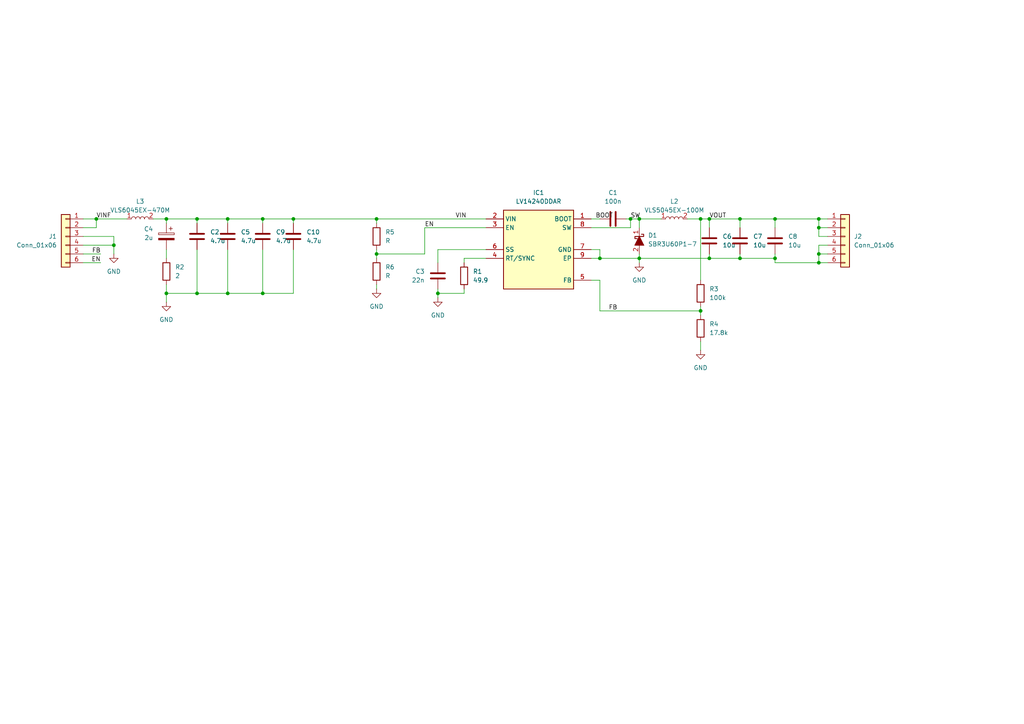
<source format=kicad_sch>
(kicad_sch (version 20250114) (generator "eeschema") (generator_version "9.0")
  (paper "A4")
  (lib_symbols
    (symbol "03_GenericPassives:Cap_0603" (pin_numbers (hide yes)) (pin_names (offset 0))
      (property "Reference" "C" (at 2.032 0 90))
      (property "Value" "C" (at 0 0 90))
      (symbol "Cap_0603_0_1"
        (polyline (pts (xy -2.032 0.762) (xy 2.032 0.762)) (stroke (width 0.508)))
        (polyline (pts (xy -2.032 -0.762) (xy 2.032 -0.762)) (stroke (width 0.508)))
      )
      (symbol "Cap_0603_1_1"
        (pin passive line (at 0 3.81 270) (length 2.794) (name "~") (number "1"))
        (pin passive line (at 0 -3.81 90) (length 2.794) (name "~") (number "2"))
      )
    )
    (symbol "03_GenericPassives:Cap_0805" (pin_numbers (hide yes)) (pin_names (offset 0))
      (property "Reference" "C" (at 2.032 0 90))
      (property "Value" "C" (at 0 0 90))
      (symbol "Cap_0805_0_1"
        (polyline (pts (xy -2.032 0.762) (xy 2.032 0.762)) (stroke (width 0.508)))
        (polyline (pts (xy -2.032 -0.762) (xy 2.032 -0.762)) (stroke (width 0.508)))
      )
      (symbol "Cap_0805_1_1"
        (pin passive line (at 0 3.81 270) (length 2.794) (name "~") (number "1"))
        (pin passive line (at 0 -3.81 90) (length 2.794) (name "~") (number "2"))
      )
    )
    (symbol "03_GenericPassives:Res_0603" (pin_numbers (hide yes)) (pin_names (offset 0))
      (property "Reference" "R" (at 2.032 0 90))
      (property "Value" "R" (at 0 0 90))
      (symbol "Res_0603_0_1"
        (rectangle (start -1.016 -2.54) (end 1.016 2.54) (stroke (width 0.254)))
      )
      (symbol "Res_0603_1_1"
        (pin passive line (at 0 3.81 270) (length 1.27) (name "~") (number "1"))
        (pin passive line (at 0 -3.81 90) (length 1.27) (name "~") (number "2"))
      )
    )
    (symbol "03_GenericPassives:Res_0805" (pin_numbers (hide yes)) (pin_names (offset 0))
      (property "Reference" "R" (at 2.032 0 90))
      (property "Value" "R" (at 0 0 90))
      (symbol "Res_0805_0_1"
        (rectangle (start -1.016 -2.54) (end 1.016 2.54) (stroke (width 0.254)))
      )
      (symbol "Res_0805_1_1"
        (pin passive line (at 0 3.81 270) (length 1.27) (name "~") (number "1"))
        (pin passive line (at 0 -3.81 90) (length 1.27) (name "~") (number "2"))
      )
    )
    (symbol "Connector_Generic:Conn_01x06" (pin_names (offset 1.016) (hide yes))
      (property "Reference" "J" (at 0 7.62 0))
      (property "Value" "Conn_01x06" (at 0 -10.16 0))
      (symbol "Conn_01x06_1_1"
        (rectangle (start -1.27 6.35) (end 1.27 -8.89) (stroke (width 0.254)) (fill (type background)))
        (rectangle (start -1.27 5.207) (end 0 4.953) (stroke (width 0.1524)))
        (rectangle (start -1.27 2.667) (end 0 2.413) (stroke (width 0.1524)))
        (rectangle (start -1.27 0.127) (end 0 -0.127) (stroke (width 0.1524)))
        (rectangle (start -1.27 -2.413) (end 0 -2.667) (stroke (width 0.1524)))
        (rectangle (start -1.27 -4.953) (end 0 -5.207) (stroke (width 0.1524)))
        (rectangle (start -1.27 -7.493) (end 0 -7.747) (stroke (width 0.1524)))
        (pin passive line (at -5.08 5.08 0) (length 3.81) (name "Pin_1") (number "1"))
        (pin passive line (at -5.08 2.54 0) (length 3.81) (name "Pin_2") (number "2"))
        (pin passive line (at -5.08 0 0) (length 3.81) (name "Pin_3") (number "3"))
        (pin passive line (at -5.08 -2.54 0) (length 3.81) (name "Pin_4") (number "4"))
        (pin passive line (at -5.08 -5.08 0) (length 3.81) (name "Pin_5") (number "5"))
        (pin passive line (at -5.08 -7.62 0) (length 3.81) (name "Pin_6") (number "6"))
      )
    )
    (symbol "Device:C_Polarized" (pin_numbers (hide yes)) (pin_names (offset 0.254))
      (property "Reference" "C" (at 0.635 2.54 0))
      (property "Value" "C_Polarized" (at 0.635 -2.54 0))
      (symbol "C_Polarized_0_1"
        (rectangle (start -2.286 0.508) (end 2.286 1.016))
        (polyline (pts (xy -1.778 2.286) (xy -0.762 2.286)))
        (polyline (pts (xy -1.27 2.794) (xy -1.27 1.778)))
        (rectangle (start 2.286 -0.508) (end -2.286 -1.016) (fill (type outline)))
      )
      (symbol "C_Polarized_1_1"
        (pin passive line (at 0 3.81 270) (length 2.794) (name "~") (number "1"))
        (pin passive line (at 0 -3.81 90) (length 2.794) (name "~") (number "2"))
      )
    )
    (symbol "SamacSys:LV14240DDAR"
      (property "Reference" "IC" (at 26.67 7.62 0))
      (property "Value" "LV14240DDAR" (at 26.67 5.08 0))
      (symbol "LV14240DDAR_1_1"
        (rectangle (start 5.08 2.54) (end 25.4 -20.32) (stroke (width 0.254)) (fill (type background)))
        (pin passive line (at 0 0 0) (length 5.08) (name "VIN") (number "2"))
        (pin passive line (at 0 -2.54 0) (length 5.08) (name "EN") (number "3"))
        (pin passive line (at 0 -8.89 0) (length 5.08) (name "SS") (number "6"))
        (pin passive line (at 0 -11.43 0) (length 5.08) (name "RT/SYNC") (number "4"))
        (pin passive line (at 30.48 0 180) (length 5.08) (name "BOOT") (number "1"))
        (pin passive line (at 30.48 -2.54 180) (length 5.08) (name "SW") (number "8"))
        (pin passive line (at 30.48 -8.89 180) (length 5.08) (name "GND") (number "7"))
        (pin passive line (at 30.48 -11.43 180) (length 5.08) (name "EP") (number "9"))
        (pin passive line (at 30.48 -17.78 180) (length 5.08) (name "FB") (number "5"))
      )
    )
    (symbol "SamacSys:SBR3U60P1-7" (pin_names (hide yes))
      (property "Reference" "D" (at 0 7.62 0))
      (property "Value" "SBR3U60P1-7" (at 0 5.08 0))
      (symbol "SBR3U60P1-7_0_1"
        (polyline (pts (xy 1.905 0.635) (xy 1.905 1.27) (xy 2.54 1.27) (xy 2.54 -1.27) (xy 3.175 -1.27) (xy 3.175 -0.635)) (stroke (width 0.254)))
        (polyline (pts (xy 5.08 1.27) (xy 5.08 -1.27) (xy 2.54 0) (xy 5.08 1.27)) (stroke (width 0.254)) (fill (type outline)))
        (polyline (pts (xy 5.08 0) (xy 2.54 0)))
      )
      (symbol "SBR3U60P1-7_1_1"
        (pin passive line (at 0 0 0) (length 2.54) (name "K") (number "1"))
        (pin passive line (at 7.62 0 180) (length 2.54) (name "A") (number "2"))
      )
    )
    (symbol "SamacSys:VLS5045EX-100M" (pin_names (hide yes))
      (property "Reference" "L" (at 1.27 6.35 0))
      (property "Value" "VLS5045EX-100M" (at 1.27 3.81 0))
      (symbol "VLS5045EX-100M_0_1"
        (arc (start 0 -1.27) (mid 0.6323 -1.905) (end 0 -2.54))
        (arc (start 0 -2.54) (mid 0.6323 -3.175) (end 0 -3.81))
        (arc (start 0 -3.81) (mid 0.6323 -4.445) (end 0 -5.08))
        (arc (start 0 -5.08) (mid 0.6323 -5.715) (end 0 -6.35))
      )
      (symbol "VLS5045EX-100M_1_1"
        (pin passive line (at 0 0 270) (length 1.27) (name "1") (number "1"))
        (pin passive line (at 0 -7.62 90) (length 1.27) (name "2") (number "2"))
      )
    )
    (symbol "SamacSys:VLS6045EX-470M" (pin_names (hide yes))
      (property "Reference" "L" (at 2.54 -2.54 0))
      (property "Value" "VLS6045EX-470M" (at 2.54 -5.08 0))
      (symbol "VLS6045EX-470M_0_1"
        (arc (start 0 -1.27) (mid 0.6323 -1.905) (end 0 -2.54))
        (arc (start 0 -2.54) (mid 0.6323 -3.175) (end 0 -3.81))
        (arc (start 0 -3.81) (mid 0.6323 -4.445) (end 0 -5.08))
        (arc (start 0 -5.08) (mid 0.6323 -5.715) (end 0 -6.35))
      )
      (symbol "VLS6045EX-470M_1_1"
        (pin passive line (at 0 0 270) (length 1.27) (name "1") (number "1"))
        (pin passive line (at 0 -7.62 90) (length 1.27) (name "2") (number "2"))
      )
    )
    (symbol "power:GND" (power) (pin_numbers (hide yes)) (pin_names (offset 0) (hide yes))
      (property "Value" "GND" (at 0 -3.81 0))
      (symbol "GND_0_1"
        (polyline (pts (xy 0 0) (xy 0 -1.27) (xy 1.27 -1.27) (xy 0 -2.54) (xy -1.27 -1.27) (xy 0 -1.27)))
      )
      (symbol "GND_1_1"
        (pin power_in line (at 0 0 270) (length 0) (name "~") (number "1"))
      )
    )
  )
  (junction (at 185.42 63.5))
  (junction (at 237.49 63.5))
  (junction (at 76.2 63.5))
  (junction (at 185.42 74.93))
  (junction (at 182.88 63.5))
  (junction (at 48.26 63.5))
  (junction (at 27.94 63.5))
  (junction (at 57.15 85.09))
  (junction (at 224.79 74.93))
  (junction (at 66.04 85.09))
  (junction (at 203.2 90.17))
  (junction (at 66.04 63.5))
  (junction (at 237.49 73.66))
  (junction (at 48.26 85.09))
  (junction (at 57.15 63.5))
  (junction (at 214.63 63.5))
  (junction (at 85.09 63.5))
  (junction (at 76.2 85.09))
  (junction (at 173.99 74.93))
  (junction (at 237.49 66.04))
  (junction (at 214.63 74.93))
  (junction (at 205.74 63.5))
  (junction (at 127 85.09))
  (junction (at 224.79 63.5))
  (junction (at 109.22 63.5))
  (junction (at 237.49 76.2))
  (junction (at 203.2 63.5))
  (junction (at 205.74 74.93))
  (junction (at 109.22 73.66))
  (junction (at 33.02 71.12))
  (wire (pts (xy 240.03 66.04) (xy 237.49 66.04)))
  (wire (pts (xy 48.26 63.5) (xy 57.15 63.5)))
  (wire (pts (xy 76.2 63.5) (xy 76.2 64.77)))
  (wire (pts (xy 185.42 73.66) (xy 185.42 74.93)))
  (wire (pts (xy 24.13 66.04) (xy 27.94 66.04)))
  (wire (pts (xy 24.13 73.66) (xy 29.21 73.66)))
  (wire (pts (xy 185.42 74.93) (xy 185.42 76.2)))
  (wire (pts (xy 44.45 63.5) (xy 48.26 63.5)))
  (wire (pts (xy 224.79 63.5) (xy 224.79 66.04)))
  (wire (pts (xy 173.99 74.93) (xy 171.45 74.93)))
  (wire (pts (xy 109.22 63.5) (xy 140.97 63.5)))
  (wire (pts (xy 199.39 63.5) (xy 203.2 63.5)))
  (wire (pts (xy 85.09 63.5) (xy 85.09 64.77)))
  (wire (pts (xy 134.62 83.82) (xy 134.62 85.09)))
  (wire (pts (xy 205.74 66.04) (xy 205.74 63.5)))
  (wire (pts (xy 109.22 63.5) (xy 109.22 64.77)))
  (wire (pts (xy 109.22 72.39) (xy 109.22 73.66)))
  (wire (pts (xy 76.2 72.39) (xy 76.2 85.09)))
  (wire (pts (xy 109.22 82.55) (xy 109.22 83.82)))
  (wire (pts (xy 205.74 74.93) (xy 185.42 74.93)))
  (wire (pts (xy 182.88 63.5) (xy 185.42 63.5)))
  (wire (pts (xy 214.63 66.04) (xy 214.63 63.5)))
  (wire (pts (xy 48.26 63.5) (xy 48.26 64.77)))
  (wire (pts (xy 85.09 63.5) (xy 109.22 63.5)))
  (wire (pts (xy 205.74 74.93) (xy 214.63 74.93)))
  (wire (pts (xy 203.2 63.5) (xy 205.74 63.5)))
  (wire (pts (xy 66.04 85.09) (xy 57.15 85.09)))
  (wire (pts (xy 123.19 66.04) (xy 140.97 66.04)))
  (wire (pts (xy 224.79 74.93) (xy 214.63 74.93)))
  (wire (pts (xy 57.15 64.77) (xy 57.15 63.5)))
  (wire (pts (xy 237.49 68.58) (xy 237.49 66.04)))
  (wire (pts (xy 214.63 63.5) (xy 224.79 63.5)))
  (wire (pts (xy 203.2 99.06) (xy 203.2 101.6)))
  (wire (pts (xy 203.2 63.5) (xy 203.2 81.28)))
  (wire (pts (xy 48.26 85.09) (xy 57.15 85.09)))
  (wire (pts (xy 214.63 73.66) (xy 214.63 74.93)))
  (wire (pts (xy 240.03 76.2) (xy 237.49 76.2)))
  (wire (pts (xy 76.2 63.5) (xy 85.09 63.5)))
  (wire (pts (xy 185.42 63.5) (xy 191.77 63.5)))
  (wire (pts (xy 66.04 63.5) (xy 76.2 63.5)))
  (wire (pts (xy 224.79 76.2) (xy 224.79 74.93)))
  (wire (pts (xy 240.03 68.58) (xy 237.49 68.58)))
  (wire (pts (xy 76.2 85.09) (xy 66.04 85.09)))
  (wire (pts (xy 48.26 85.09) (xy 48.26 87.63)))
  (wire (pts (xy 134.62 76.2) (xy 134.62 74.93)))
  (wire (pts (xy 127 83.82) (xy 127 85.09)))
  (wire (pts (xy 171.45 81.28) (xy 173.99 81.28)))
  (wire (pts (xy 173.99 90.17) (xy 203.2 90.17)))
  (wire (pts (xy 224.79 73.66) (xy 224.79 74.93)))
  (wire (pts (xy 33.02 71.12) (xy 33.02 73.66)))
  (wire (pts (xy 24.13 63.5) (xy 27.94 63.5)))
  (wire (pts (xy 85.09 72.39) (xy 85.09 85.09)))
  (wire (pts (xy 203.2 88.9) (xy 203.2 90.17)))
  (wire (pts (xy 237.49 71.12) (xy 237.49 73.66)))
  (wire (pts (xy 134.62 74.93) (xy 140.97 74.93)))
  (wire (pts (xy 24.13 71.12) (xy 33.02 71.12)))
  (wire (pts (xy 24.13 76.2) (xy 29.21 76.2)))
  (wire (pts (xy 85.09 85.09) (xy 76.2 85.09)))
  (wire (pts (xy 181.61 63.5) (xy 182.88 63.5)))
  (wire (pts (xy 237.49 73.66) (xy 240.03 73.66)))
  (wire (pts (xy 27.94 66.04) (xy 27.94 63.5)))
  (wire (pts (xy 205.74 63.5) (xy 214.63 63.5)))
  (wire (pts (xy 48.26 82.55) (xy 48.26 85.09)))
  (wire (pts (xy 127 72.39) (xy 140.97 72.39)))
  (wire (pts (xy 127 85.09) (xy 134.62 85.09)))
  (wire (pts (xy 173.99 81.28) (xy 173.99 90.17)))
  (wire (pts (xy 237.49 76.2) (xy 224.79 76.2)))
  (wire (pts (xy 33.02 68.58) (xy 33.02 71.12)))
  (wire (pts (xy 66.04 63.5) (xy 66.04 64.77)))
  (wire (pts (xy 205.74 73.66) (xy 205.74 74.93)))
  (wire (pts (xy 127 85.09) (xy 127 86.36)))
  (wire (pts (xy 182.88 63.5) (xy 182.88 66.04)))
  (wire (pts (xy 27.94 63.5) (xy 36.83 63.5)))
  (wire (pts (xy 171.45 63.5) (xy 173.99 63.5)))
  (wire (pts (xy 24.13 68.58) (xy 33.02 68.58)))
  (wire (pts (xy 57.15 72.39) (xy 57.15 85.09)))
  (wire (pts (xy 203.2 90.17) (xy 203.2 91.44)))
  (wire (pts (xy 109.22 73.66) (xy 109.22 74.93)))
  (wire (pts (xy 66.04 72.39) (xy 66.04 85.09)))
  (wire (pts (xy 123.19 73.66) (xy 123.19 66.04)))
  (wire (pts (xy 57.15 63.5) (xy 66.04 63.5)))
  (wire (pts (xy 127 76.2) (xy 127 72.39)))
  (wire (pts (xy 237.49 71.12) (xy 240.03 71.12)))
  (wire (pts (xy 185.42 63.5) (xy 185.42 66.04)))
  (wire (pts (xy 48.26 72.39) (xy 48.26 74.93)))
  (wire (pts (xy 237.49 73.66) (xy 237.49 76.2)))
  (wire (pts (xy 109.22 73.66) (xy 123.19 73.66)))
  (wire (pts (xy 185.42 74.93) (xy 173.99 74.93)))
  (wire (pts (xy 173.99 72.39) (xy 173.99 74.93)))
  (wire (pts (xy 171.45 66.04) (xy 182.88 66.04)))
  (wire (pts (xy 224.79 63.5) (xy 237.49 63.5)))
  (wire (pts (xy 171.45 72.39) (xy 173.99 72.39)))
  (wire (pts (xy 237.49 63.5) (xy 240.03 63.5)))
  (wire (pts (xy 237.49 63.5) (xy 237.49 66.04)))
  (label "VIN" (at 132.08 63.5 0))
  (label "SW" (at 182.88 63.5 0))
  (label "FB" (at 29.21 73.66 180))
  (label "VOUT" (at 205.74 63.5 0))
  (label "EN" (at 29.21 76.2 180))
  (label "BOOT" (at 172.72 63.5 0))
  (label "EN" (at 123.19 66.04 0))
  (label "FB" (at 176.53 90.17 0))
  (label "VINF" (at 27.94 63.5 0))
  (symbol (lib_id "03_GenericPassives:Res_0603") (at 203.2 85.09 0) (unit 1)
    (property "Reference" "R3" (at 205.74 83.8199 0) (effects (justify left)))
    (property "Value" "100k" (at 205.74 86.3599 0) (effects (justify left)))
    (property "Footprint" "Resistor_SMD:R_0603_1608Metric" (effects (hide yes)))
    (property "Description" "Resistor 0603 Package" (effects (hide yes)))
    (property "Mount" "SMD" (effects (hide yes)))
    (property "Package" "0603" (effects (hide yes)))
  )
  (symbol (lib_id "SamacSys:VLS5045EX-100M") (at 191.77 63.5 90) (unit 1)
    (property "Reference" "L2" (at 195.58 58.42 90))
    (property "Value" "VLS5045EX-100M" (at 195.58 60.96 90))
    (property "Footprint" "Samacsys:VLS5045EX330M" (effects (hide yes)))
    (property "Datasheet" "https://product.tdk.com/system/files/dam/doc/product/inductor/inductor/smd/catalog/inductor_commercial_power_vls5045ex_en.pdf" (effects (hide yes)))
    (property "Description" "TDK VLS-EX Series Type 5045 Shielded Wire-wound SMD Inductor with a Ferrite Core, 10 uH Wire-Wound 2.5A Idc" (effects (hide yes)))
    (property "Height" "4" (effects (hide yes)))
    (property "Mouser Part Number" "810-VLS5045EX-100M" (effects (hide yes)))
    (property "Mouser Price/Stock" "https://www.mouser.co.uk/ProductDetail/TDK/VLS5045EX-100M?qs=oF%2FSscNnLpDHym3ZsTDRLQ%3D%3D" (effects (hide yes)))
    (property "Manufacturer_Name" "TDK" (effects (hide yes)))
    (property "Manufacturer_Part_Number" "VLS5045EX-100M" (effects (hide yes)))
  )
  (symbol (lib_id "03_GenericPassives:Cap_0805") (at 224.79 69.85 180) (unit 1)
    (property "Reference" "C8" (at 228.6 68.5799 0) (effects (justify right)))
    (property "Value" "10u" (at 228.6 71.1199 0) (effects (justify right)))
    (property "Footprint" "Capacitor_SMD:C_0805_2012Metric" (effects (hide yes)))
    (property "Description" "Capacitor 0805 Package" (effects (hide yes)))
    (property "Mount" "SMD" (effects (hide yes)))
    (property "Package" "0805" (effects (hide yes)))
    (property "Voltage" "16V" (effects (hide yes)))
  )
  (symbol (lib_id "03_GenericPassives:Cap_0805") (at 76.2 68.58 180) (unit 1)
    (property "Reference" "C9" (at 80.01 67.3099 0) (effects (justify right)))
    (property "Value" "4.7u" (at 80.01 69.8499 0) (effects (justify right)))
    (property "Footprint" "Capacitor_SMD:C_0805_2012Metric" (effects (hide yes)))
    (property "Description" "Capacitor 0805 Package" (effects (hide yes)))
    (property "Mount" "SMD" (effects (hide yes)))
    (property "Package" "0805" (effects (hide yes)))
    (property "Voltage" "100" (effects (hide yes)))
  )
  (symbol (lib_id "03_GenericPassives:Res_0603") (at 109.22 78.74 0) (mirror y) (unit 1)
    (property "Reference" "R6" (at 111.76 77.4699 0) (effects (justify right)))
    (property "Value" "R" (at 111.76 80.0099 0) (effects (justify right)))
    (property "Footprint" "Resistor_SMD:R_0603_1608Metric" (effects (hide yes)))
    (property "Description" "Resistor 0603 Package" (effects (hide yes)))
    (property "Mount" "SMD" (effects (hide yes)))
    (property "Package" "0603" (effects (hide yes)))
  )
  (symbol (lib_id "03_GenericPassives:Res_0805") (at 48.26 78.74 0) (unit 1)
    (property "Reference" "R2" (at 50.8 77.4699 0) (effects (justify left)))
    (property "Value" "2" (at 50.8 80.0099 0) (effects (justify left)))
    (property "Footprint" "Resistor_SMD:R_0805_2012Metric" (effects (hide yes)))
    (property "Description" "Resistor 0805 Package" (effects (hide yes)))
    (property "Mount" "SMD" (effects (hide yes)))
    (property "Package" "0805" (effects (hide yes)))
  )
  (symbol (lib_id "03_GenericPassives:Cap_0805") (at 214.63 69.85 180) (unit 1)
    (property "Reference" "C7" (at 218.44 68.5799 0) (effects (justify right)))
    (property "Value" "10u" (at 218.44 71.1199 0) (effects (justify right)))
    (property "Footprint" "Capacitor_SMD:C_0805_2012Metric" (effects (hide yes)))
    (property "Description" "Capacitor 0805 Package" (effects (hide yes)))
    (property "Mount" "SMD" (effects (hide yes)))
    (property "Package" "0805" (effects (hide yes)))
    (property "Voltage" "16V" (effects (hide yes)))
  )
  (symbol (lib_id "03_GenericPassives:Cap_0805") (at 57.15 68.58 180) (unit 1)
    (property "Reference" "C2" (at 60.96 67.3099 0) (effects (justify right)))
    (property "Value" "4.7u" (at 60.96 69.8499 0) (effects (justify right)))
    (property "Footprint" "Capacitor_SMD:C_0805_2012Metric" (effects (hide yes)))
    (property "Description" "Capacitor 0805 Package" (effects (hide yes)))
    (property "Mount" "SMD" (effects (hide yes)))
    (property "Package" "0805" (effects (hide yes)))
    (property "Voltage" "100" (effects (hide yes)))
  )
  (symbol (lib_id "03_GenericPassives:Res_0603") (at 109.22 68.58 0) (mirror y) (unit 1)
    (property "Reference" "R5" (at 111.76 67.3099 0) (effects (justify right)))
    (property "Value" "R" (at 111.76 69.8499 0) (effects (justify right)))
    (property "Footprint" "Resistor_SMD:R_0603_1608Metric" (effects (hide yes)))
    (property "Description" "Resistor 0603 Package" (effects (hide yes)))
    (property "Mount" "SMD" (effects (hide yes)))
    (property "Package" "0603" (effects (hide yes)))
  )
  (symbol (lib_id "power:GND") (at 48.26 87.63 0) (unit 1)
    (property "Reference" "#PWR05" (effects (hide yes)))
    (property "Value" "GND" (at 48.26 92.71 0))
    (property "Description" "Power symbol creates a global label with name \"GND\" , ground" (effects (hide yes)))
  )
  (symbol (lib_id "SamacSys:VLS6045EX-470M") (at 36.83 63.5 90) (unit 1)
    (property "Reference" "L3" (at 40.64 58.42 90))
    (property "Value" "VLS6045EX-470M" (at 40.64 60.96 90))
    (property "Footprint" "Samacsys:VLS6045" (effects (hide yes)))
    (property "Datasheet" "https://product.tdk.com/system/files/dam/doc/product/inductor/inductor/smd/catalog/inductor_commercial_power_vls6045ex_en.pdf" (effects (hide yes)))
    (property "Description" "SMD / SMT Inductors (Coils), L=47?H, L x W x T :" (effects (hide yes)))
    (property "Mouser Part Number" "810-VLS6045EX-470M" (effects (hide yes)))
    (property "Mouser Price/Stock" "https://www.mouser.co.uk/ProductDetail/TDK/VLS6045EX-470M?qs=oF%2FSscNnLpBaU7vKc7Ahqw%3D%3D" (effects (hide yes)))
    (property "Manufacturer_Name" "TDK" (effects (hide yes)))
    (property "Manufacturer_Part_Number" "VLS6045EX-470M" (effects (hide yes)))
  )
  (symbol (lib_id "SamacSys:LV14240DDAR") (at 140.97 63.5 0) (unit 1)
    (property "Reference" "IC1" (at 156.21 55.88 0))
    (property "Value" "LV14240DDAR" (at 156.21 58.42 0))
    (property "Footprint" "Samacsys:SOIC127P600X170-9N" (effects (hide yes)))
    (property "Description" "Switching Voltage Regulators 40-V, 2-A SIMPLE SWITCHER, 2.2-MHz step-down converter 8-SO PowerPAD -40 to 125" (effects (hide yes)))
    (property "Height" "1.7" (effects (hide yes)))
    (property "Manufacturer_Name" "Texas Instruments" (effects (hide yes)))
    (property "Manufacturer_Part_Number" "LV14240DDAR" (effects (hide yes)))
  )
  (symbol (lib_id "Connector_Generic:Conn_01x06") (at 19.05 68.58 0) (mirror y) (unit 1)
    (property "Reference" "J1" (at 16.51 68.5799 0) (effects (justify left)))
    (property "Value" "Conn_01x06" (at 16.51 71.1199 0) (effects (justify left)))
    (property "Footprint" "Connector_PinHeader_2.54mm:PinHeader_1x06_P2.54mm_Vertical" (effects (hide yes)))
    (property "Description" "Generic connector, single row, 01x06, script generated (kicad-library-utils/schlib/autogen/connector/)" (effects (hide yes)))
  )
  (symbol (lib_id "Connector_Generic:Conn_01x06") (at 245.11 68.58 0) (unit 1)
    (property "Reference" "J2" (at 247.65 68.5799 0) (effects (justify left)))
    (property "Value" "Conn_01x06" (at 247.65 71.1199 0) (effects (justify left)))
    (property "Footprint" "Connector_PinHeader_2.54mm:PinHeader_1x06_P2.54mm_Vertical" (effects (hide yes)))
    (property "Description" "Generic connector, single row, 01x06, script generated (kicad-library-utils/schlib/autogen/connector/)" (effects (hide yes)))
  )
  (symbol (lib_id "03_GenericPassives:Cap_0805") (at 205.74 69.85 180) (unit 1)
    (property "Reference" "C6" (at 209.55 68.5799 0) (effects (justify right)))
    (property "Value" "10u" (at 209.55 71.1199 0) (effects (justify right)))
    (property "Footprint" "Capacitor_SMD:C_0805_2012Metric" (effects (hide yes)))
    (property "Description" "Capacitor 0805 Package" (effects (hide yes)))
    (property "Mount" "SMD" (effects (hide yes)))
    (property "Package" "0805" (effects (hide yes)))
    (property "Voltage" "16" (effects (hide yes)))
  )
  (symbol (lib_id "03_GenericPassives:Cap_0603") (at 177.8 63.5 90) (unit 1)
    (property "Reference" "C1" (at 177.8 55.88 90))
    (property "Value" "100n" (at 177.8 58.42 90))
    (property "Footprint" "Capacitor_SMD:C_0603_1608Metric" (effects (hide yes)))
    (property "Description" "Capacitor 0603 Package" (effects (hide yes)))
    (property "Mount" "SMD" (effects (hide yes)))
    (property "Package" "0603" (effects (hide yes)))
    (property "Voltage" "16" (effects (hide yes)))
  )
  (symbol (lib_id "03_GenericPassives:Cap_0805") (at 66.04 68.58 180) (unit 1)
    (property "Reference" "C5" (at 69.85 67.3099 0) (effects (justify right)))
    (property "Value" "4.7u" (at 69.85 69.8499 0) (effects (justify right)))
    (property "Footprint" "Capacitor_SMD:C_0805_2012Metric" (effects (hide yes)))
    (property "Description" "Capacitor 0805 Package" (effects (hide yes)))
    (property "Mount" "SMD" (effects (hide yes)))
    (property "Package" "0805" (effects (hide yes)))
    (property "Voltage" "100" (effects (hide yes)))
  )
  (symbol (lib_id "power:GND") (at 185.42 76.2 0) (unit 1)
    (property "Reference" "#PWR01" (effects (hide yes)))
    (property "Value" "GND" (at 185.42 81.28 0))
    (property "Description" "Power symbol creates a global label with name \"GND\" , ground" (effects (hide yes)))
  )
  (symbol (lib_id "Device:C_Polarized") (at 48.26 68.58 0) (mirror y) (unit 1)
    (property "Reference" "C4" (at 44.45 66.4209 0) (effects (justify left)))
    (property "Value" "2u" (at 44.45 68.9609 0) (effects (justify left)))
    (property "Footprint" "Capacitor_SMD:CP_Elec_4x5.4" (effects (hide yes)))
    (property "Description" "Polarized capacitor" (effects (hide yes)))
  )
  (symbol (lib_id "power:GND") (at 127 86.36 0) (unit 1)
    (property "Reference" "#PWR03" (effects (hide yes)))
    (property "Value" "GND" (at 127 91.44 0))
    (property "Description" "Power symbol creates a global label with name \"GND\" , ground" (effects (hide yes)))
  )
  (symbol (lib_id "SamacSys:SBR3U60P1-7") (at 185.42 66.04 270) (unit 1)
    (property "Reference" "D1" (at 187.96 68.2624 90) (effects (justify left)))
    (property "Value" "SBR3U60P1-7" (at 187.96 70.8024 90) (effects (justify left)))
    (property "Footprint" "Samacsys:SBR3U60P17" (effects (hide yes)))
    (property "Datasheet" "https://www.diodes.com//assets/Datasheets/SBR3U60P1.pdf" (effects (hide yes)))
    (property "Description" "Diodes Inc SBR3U60P1-7, SMT Schottky Diode, 60V 3A, 2-Pin PowerDI 123" (effects (hide yes)))
    (property "Height" "1" (effects (hide yes)))
    (property "Mouser Part Number" "621-SBR3U60P1-7" (effects (hide yes)))
    (property "Mouser Price/Stock" "https://www.mouser.co.uk/ProductDetail/Diodes-Incorporated/SBR3U60P1-7?qs=EumP11lMQtNogJZjibK0jQ%3D%3D" (effects (hide yes)))
    (property "Manufacturer_Name" "Diodes Incorporated" (effects (hide yes)))
    (property "Manufacturer_Part_Number" "SBR3U60P1-7" (effects (hide yes)))
  )
  (symbol (lib_id "03_GenericPassives:Res_0603") (at 203.2 95.25 0) (unit 1)
    (property "Reference" "R4" (at 205.74 93.9799 0) (effects (justify left)))
    (property "Value" "17.8k" (at 205.74 96.5199 0) (effects (justify left)))
    (property "Footprint" "Resistor_SMD:R_0603_1608Metric" (effects (hide yes)))
    (property "Description" "Resistor 0603 Package" (effects (hide yes)))
    (property "Mount" "SMD" (effects (hide yes)))
    (property "Package" "0603" (effects (hide yes)))
  )
  (symbol (lib_id "power:GND") (at 33.02 73.66 0) (unit 1)
    (property "Reference" "#PWR04" (effects (hide yes)))
    (property "Value" "GND" (at 33.02 78.74 0))
    (property "Description" "Power symbol creates a global label with name \"GND\" , ground" (effects (hide yes)))
  )
  (symbol (lib_id "power:GND") (at 203.2 101.6 0) (unit 1)
    (property "Reference" "#PWR02" (effects (hide yes)))
    (property "Value" "GND" (at 203.2 106.68 0))
    (property "Description" "Power symbol creates a global label with name \"GND\" , ground" (effects (hide yes)))
  )
  (symbol (lib_id "03_GenericPassives:Cap_0805") (at 85.09 68.58 180) (unit 1)
    (property "Reference" "C10" (at 88.9 67.3099 0) (effects (justify right)))
    (property "Value" "4.7u" (at 88.9 69.8499 0) (effects (justify right)))
    (property "Footprint" "Capacitor_SMD:C_0805_2012Metric" (effects (hide yes)))
    (property "Description" "Capacitor 0805 Package" (effects (hide yes)))
    (property "Mount" "SMD" (effects (hide yes)))
    (property "Package" "0805" (effects (hide yes)))
    (property "Voltage" "100" (effects (hide yes)))
  )
  (symbol (lib_id "03_GenericPassives:Cap_0603") (at 127 80.01 0) (mirror x) (unit 1)
    (property "Reference" "C3" (at 123.19 78.7399 0) (effects (justify right)))
    (property "Value" "22n" (at 123.19 81.2799 0) (effects (justify right)))
    (property "Footprint" "Capacitor_SMD:C_0603_1608Metric" (effects (hide yes)))
    (property "Description" "Capacitor 0603 Package" (effects (hide yes)))
    (property "Mount" "SMD" (effects (hide yes)))
    (property "Package" "0603" (effects (hide yes)))
  )
  (symbol (lib_id "power:GND") (at 109.22 83.82 0) (unit 1)
    (property "Reference" "#PWR06" (effects (hide yes)))
    (property "Value" "GND" (at 109.22 88.9 0))
    (property "Description" "Power symbol creates a global label with name \"GND\" , ground" (effects (hide yes)))
  )
  (symbol (lib_id "03_GenericPassives:Res_0603") (at 134.62 80.01 0) (mirror y) (unit 1)
    (property "Reference" "R1" (at 137.16 78.7399 0) (effects (justify right)))
    (property "Value" "49.9" (at 137.16 81.2799 0) (effects (justify right)))
    (property "Footprint" "Resistor_SMD:R_0603_1608Metric" (effects (hide yes)))
    (property "Description" "Resistor 0603 Package" (effects (hide yes)))
    (property "Mount" "SMD" (effects (hide yes)))
    (property "Package" "0603" (effects (hide yes)))
  )
)
</source>
